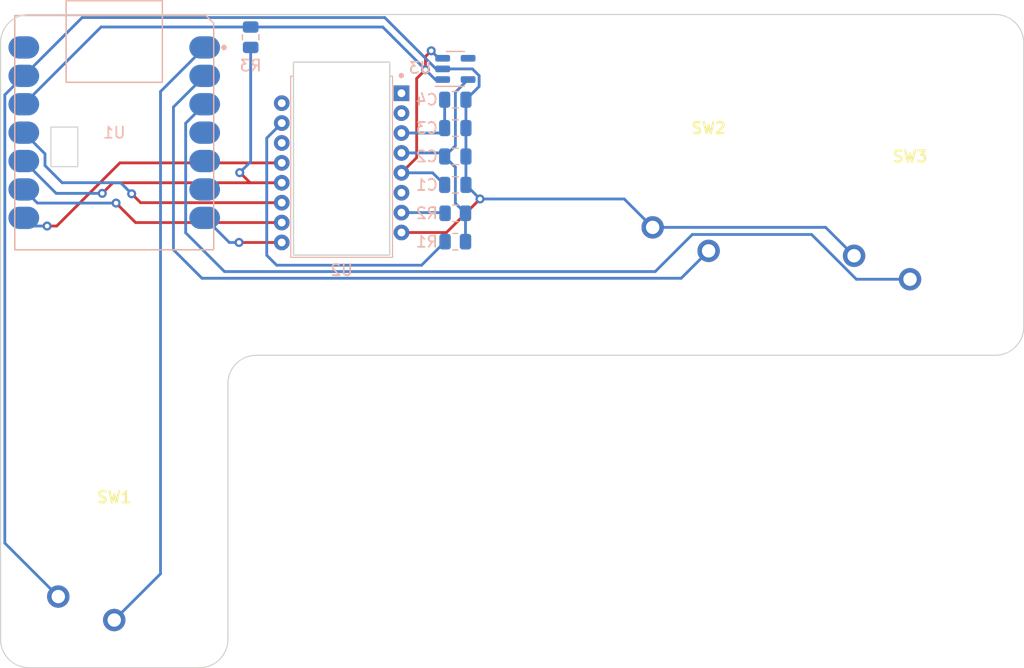
<source format=kicad_pcb>
(kicad_pcb (version 20211014) (generator pcbnew)
  (layers (0 "F.Cu" signal) (31 "B.Cu" signal) (34 "B.Paste" user) (35 "F.Paste" user) (36 "B.SilkS" user "B.Silkscreen") (37 "F.SilkS" user "F.Silkscreen") (38 "B.Mask" user) (39 "F.Mask" user) (44 "Edge.Cuts" user))
  (net 0 "")
  (net 1 "GND")
  (net 2 "VDD")
  (net 3 "VCC")
  (net 4 "miso")
  (net 5 "sw1")
  (net 6 "sw2")
  (net 7 "sw3")
  (net 10 "sclk")
  (net 11 "mosi")
  (net 19 "Net-(R1-Pad2)")
  (net 20 "Net-(C3-Pad1)")
  (net 21 "Net-(R2-Pad1)")
  (net 23 "motion")
  (net 24 "ncs")
  (footprint "Project Footprints:Kailh-PG1350-1u" (layer "F.Cu") (at 175.26 83.82)
    (fp_text reference "SW3" (at 0 -5.08) (layer "F.SilkS") (effects (font (thickness 0.2))))
    (fp_text value "SW_Push")
    (pad "" np_thru_hole circle (at 0 0 180) (size 3.4 3.4) (drill 3.4) (layers *.Cu *.Mask))
    (pad "" np_thru_hole circle (at -5.5 0 180) (size 1.7 1.7) (drill 1.7) (layers *.Cu *.Mask))
    (pad "" np_thru_hole circle (at 5.5 0 180) (size 1.7 1.7) (drill 1.7) (layers *.Cu *.Mask))
    (pad "1" thru_hole circle (at 0 5.9 180) (size 2 2) (drill 1.2) (layers *.Cu *.Mask) (net 7 "sw3"))
    (pad "2" thru_hole circle (at -5 3.8 41.9) (size 2 2) (drill 1.2) (layers *.Cu *.Mask) (net 1 "GND"))
  )
  (footprint "Project Footprints:Kailh-PG1350-1u" (layer "F.Cu") (at 157.26 81.28)
    (fp_text reference "SW2" (at 0 -5.08) (layer "F.SilkS") (effects (font (thickness 0.2))))
    (fp_text value "SW_Push")
    (pad "" np_thru_hole circle (at 5.5 0 180) (size 1.7 1.7) (drill 1.7) (layers *.Cu *.Mask))
    (pad "" np_thru_hole circle (at -5.5 0 180) (size 1.7 1.7) (drill 1.7) (layers *.Cu *.Mask))
    (pad "" np_thru_hole circle (at 0 0 180) (size 3.4 3.4) (drill 3.4) (layers *.Cu *.Mask))
    (pad "1" thru_hole circle (at 0 5.9 180) (size 2 2) (drill 1.2) (layers *.Cu *.Mask) (net 6 "sw2"))
    (pad "2" thru_hole circle (at -5 3.8 41.9) (size 2 2) (drill 1.2) (layers *.Cu *.Mask) (net 1 "GND"))
  )
  (footprint "Project Footprints:Kailh-PG1350-1u" (layer "F.Cu") (at 104.14 114.3)
    (fp_text reference "SW1" (at 0 -5.08 180) (layer "F.SilkS") (effects (font (thickness 0.2))))
    (fp_text value "SW_Push")
    (pad "" np_thru_hole circle (at 0 0 180) (size 3.4 3.4) (drill 3.4) (layers *.Cu *.Mask))
    (pad "" np_thru_hole circle (at 5.5 0 180) (size 1.7 1.7) (drill 1.7) (layers *.Cu *.Mask))
    (pad "" np_thru_hole circle (at -5.5 0 180) (size 1.7 1.7) (drill 1.7) (layers *.Cu *.Mask))
    (pad "1" thru_hole circle (at 0 5.9 180) (size 2 2) (drill 1.2) (layers *.Cu *.Mask) (net 5 "sw1"))
    (pad "2" thru_hole circle (at -5 3.8 41.9) (size 2 2) (drill 1.2) (layers *.Cu *.Mask) (net 1 "GND"))
  )
  (footprint "Capacitor_SMD:C_0805_2012Metric" (layer "B.Cu") (at 134.62 81.28)
    (fp_text reference "C1" (at -2.54 0) (layer "B.SilkS") (effects (justify mirror)))
    (fp_text value "0.1uF")
    (fp_line (start -0.261252 -0.735) (end 0.261252 -0.735) (layer "B.SilkS") (width 0.12))
    (fp_line (start -0.261252 0.735) (end 0.261252 0.735) (layer "B.SilkS") (width 0.12))
    (pad "1" smd roundrect (at -0.95 0) (size 1 1.45) (layers "B.Cu" "B.Paste" "B.Mask") (net 3 "VCC"))
    (pad "2" smd roundrect (at 0.95 0) (size 1 1.45) (layers "B.Cu" "B.Paste" "B.Mask") (net 1 "GND"))
  )
  (footprint "Capacitor_SMD:C_0805_2012Metric" (layer "B.Cu") (at 134.62 73.66 180)
    (fp_text reference "C4" (at 2.54 0) (layer "B.SilkS") (effects (justify mirror)))
    (fp_text value "0.1uF")
    (fp_line (start -0.261252 -0.735) (end 0.261252 -0.735) (layer "B.SilkS") (width 0.12))
    (fp_line (start -0.261252 0.735) (end 0.261252 0.735) (layer "B.SilkS") (width 0.12))
    (pad "1" smd roundrect (at -0.95 0 180) (size 1 1.45) (layers "B.Cu" "B.Paste" "B.Mask") (net 1 "GND"))
    (pad "2" smd roundrect (at 0.95 0 180) (size 1 1.45) (layers "B.Cu" "B.Paste" "B.Mask") (net 20 "Net-(C3-Pad1)"))
  )
  (footprint "Resistor_SMD:R_0805_2012Metric" (layer "B.Cu") (at 134.62 86.36 180)
    (fp_text reference "R1" (at 2.54 0) (layer "B.SilkS") (effects (justify mirror)))
    (fp_text value "39")
    (fp_line (start -0.227064 0.735) (end 0.227064 0.735) (layer "B.SilkS") (width 0.12))
    (fp_line (start -0.227064 -0.735) (end 0.227064 -0.735) (layer "B.SilkS") (width 0.12))
    (pad "1" smd roundrect (at -0.9125 0 180) (size 1.025 1.4) (layers "B.Cu" "B.Paste" "B.Mask") (roundrect_rratio 0.243902) (net 2 "VDD"))
    (pad "2" smd roundrect (at 0.9125 0 180) (size 1.025 1.4) (layers "B.Cu" "B.Paste" "B.Mask") (roundrect_rratio 0.243902) (net 19 "Net-(R1-Pad2)"))
  )
  (footprint "Project Footprints:PMW3360DM-T2QU" (layer "B.Cu") (at 124.46 78.74 -90)
    (fp_text reference "U2" (at 10.16 0) (layer "B.SilkS") (effects (justify mirror)))
    (fp_text value "PMW3360DM-T2QU")
    (fp_line (start -7.18 4.55) (end 9.02 4.55) (layer "B.SilkS") (width 0.1))
    (fp_line (start 9.02 4.55) (end 9.02 -4.55) (layer "B.SilkS") (width 0.1))
    (fp_line (start 9.02 -4.55) (end -7.18 -4.55) (layer "B.SilkS") (width 0.1))
    (fp_line (start -7.18 -4.55) (end -7.18 -4.318) (layer "B.SilkS") (width 0.1))
    (fp_line (start -7.18 4.318) (end -7.18 4.55) (layer "B.SilkS") (width 0.1))
    (fp_circle (center -7.239 -5.334) (end -7.059395 -5.334) (layer "B.SilkS") (width 0.12) (fill solid))
    (fp_rect (start -8.44 4.3) (end 8.82 -4.3) (layer "Edge.Cuts") (width 0.12) (fill none))
    (pad "1" thru_hole rect (at -5.66 -5.35 270) (size 1.4 1.4) (drill 0.7) (layers *.Cu *.Mask))
    (pad "2" thru_hole circle (at -3.88 -5.35 270) (size 1.4 1.4) (drill 0.7) (layers *.Cu *.Mask))
    (pad "3" thru_hole circle (at -2.1 -5.35 270) (size 1.4 1.4) (drill 0.7) (layers *.Cu *.Mask) (net 20 "Net-(C3-Pad1)"))
    (pad "4" thru_hole circle (at -0.32 -5.35 270) (size 1.4 1.4) (drill 0.7) (layers *.Cu *.Mask) (net 2 "VDD"))
    (pad "5" thru_hole circle (at 1.46 -5.35 270) (size 1.4 1.4) (drill 0.7) (layers *.Cu *.Mask) (net 3 "VCC"))
    (pad "6" thru_hole circle (at 3.24 -5.35 270) (size 1.4 1.4) (drill 0.7) (layers *.Cu *.Mask))
    (pad "7" thru_hole circle (at 5.02 -5.35 270) (size 1.4 1.4) (drill 0.7) (layers *.Cu *.Mask) (net 21 "Net-(R2-Pad1)"))
    (pad "8" thru_hole circle (at 6.8 -5.35 270) (size 1.4 1.4) (drill 0.7) (layers *.Cu *.Mask) (net 1 "GND"))
    (pad "9" thru_hole circle (at 7.69 5.35 270) (size 1.4 1.4) (drill 0.7) (layers *.Cu *.Mask) (net 23 "motion"))
    (pad "10" thru_hole circle (at 5.91 5.35 270) (size 1.4 1.4) (drill 0.7) (layers *.Cu *.Mask) (net 10 "sclk"))
    (pad "11" thru_hole circle (at 4.13 5.35 270) (size 1.4 1.4) (drill 0.7) (layers *.Cu *.Mask) (net 11 "mosi"))
    (pad "12" thru_hole circle (at 2.35 5.35 270) (size 1.4 1.4) (drill 0.7) (layers *.Cu *.Mask) (net 4 "miso"))
    (pad "13" thru_hole circle (at 0.57 5.35 270) (size 1.4 1.4) (drill 0.7) (layers *.Cu *.Mask) (net 24 "ncs"))
    (pad "14" thru_hole circle (at -1.21 5.35 270) (size 1.4 1.4) (drill 0.7) (layers *.Cu *.Mask))
    (pad "15" thru_hole circle (at -2.99 5.35 270) (size 1.4 1.4) (drill 0.7) (layers *.Cu *.Mask) (net 19 "Net-(R1-Pad2)"))
    (pad "16" thru_hole circle (at -4.77 5.35 270) (size 1.4 1.4) (drill 0.7) (layers *.Cu *.Mask))
  )
  (footprint "Resistor_SMD:R_0805_2012Metric" (layer "B.Cu") (at 116.332 68.072 90)
    (fp_text reference "R3" (at -2.54 0 180) (layer "B.SilkS") (effects (justify mirror)))
    (fp_text value "10K")
    (fp_line (start -0.227064 0.735) (end 0.227064 0.735) (layer "B.SilkS") (width 0.12))
    (fp_line (start -0.227064 -0.735) (end 0.227064 -0.735) (layer "B.SilkS") (width 0.12))
    (pad "1" smd roundrect (at -0.9125 0 90) (size 1.025 1.4) (layers "B.Cu" "B.Paste" "B.Mask") (roundrect_rratio 0.243902) (net 4 "miso"))
    (pad "2" smd roundrect (at 0.9125 0 90) (size 1.025 1.4) (layers "B.Cu" "B.Paste" "B.Mask") (roundrect_rratio 0.243902) (net 3 "VCC"))
  )
  (footprint "Capacitor_SMD:C_0805_2012Metric" (layer "B.Cu") (at 134.62 76.2)
    (fp_text reference "C3" (at -2.54 0) (layer "B.SilkS") (effects (justify mirror)))
    (fp_text value "4.7uF")
    (fp_line (start -0.261252 -0.735) (end 0.261252 -0.735) (layer "B.SilkS") (width 0.12))
    (fp_line (start -0.261252 0.735) (end 0.261252 0.735) (layer "B.SilkS") (width 0.12))
    (pad "1" smd roundrect (at -0.95 0) (size 1 1.45) (layers "B.Cu" "B.Paste" "B.Mask") (net 20 "Net-(C3-Pad1)"))
    (pad "2" smd roundrect (at 0.95 0) (size 1 1.45) (layers "B.Cu" "B.Paste" "B.Mask") (net 1 "GND"))
  )
  (footprint "Package_TO_SOT_SMD:SOT-23-5" (layer "B.Cu") (at 134.627491 70.90677)
    (fp_text reference "U3" (at -3.152918 -0.093881) (layer "B.SilkS") (effects (justify mirror)))
    (fp_text value "TLV70019_SOT23-5")
    (fp_line (start 0 1.56) (end -1.8 1.56) (layer "B.SilkS") (width 0.12))
    (fp_line (start 0 -1.56) (end -0.8 -1.56) (layer "B.SilkS") (width 0.12))
    (fp_line (start 0 1.56) (end 0.8 1.56) (layer "B.SilkS") (width 0.12))
    (fp_line (start 0 -1.56) (end 0.8 -1.56) (layer "B.SilkS") (width 0.12))
    (pad "1" smd roundrect (at -1.1375 0.95) (size 1.325 0.6) (layers "B.Cu" "B.Paste" "B.Mask") (net 3 "VCC"))
    (pad "2" smd roundrect (at -1.1375 0) (size 1.325 0.6) (layers "B.Cu" "B.Paste" "B.Mask") (net 1 "GND"))
    (pad "3" smd roundrect (at -1.1375 -0.95) (size 1.325 0.6) (layers "B.Cu" "B.Paste" "B.Mask") (net 3 "VCC"))
    (pad "4" smd roundrect (at 1.1375 -0.95) (size 1.325 0.6) (layers "B.Cu" "B.Paste" "B.Mask"))
    (pad "5" smd roundrect (at 1.1375 0.95) (size 1.325 0.6) (layers "B.Cu" "B.Paste" "B.Mask") (net 2 "VDD"))
  )
  (footprint "Project Footprints:Seeeduino XIAO" (layer "B.Cu") (at 104.14 76.60725 180)
    (fp_text reference "U1" (at 0 0) (layer "B.SilkS") (effects (justify mirror)))
    (fp_text value "SeeeduinoXIAO")
    (fp_line (start 4.3 4.5) (end -4.3 4.5) (layer "B.SilkS") (width 0.127))
    (fp_line (start 8.89 -10.4775) (end 8.89 10.4775) (layer "B.SilkS") (width 0.127))
    (fp_line (start -8.19 10.4775) (end -8.89 9.7775) (layer "B.SilkS") (width 0.127))
    (fp_line (start -4.3 4.5) (end -4.3 11.8) (layer "B.SilkS") (width 0.127))
    (fp_line (start 8.89 10.4775) (end -8.19 10.4775) (layer "B.SilkS") (width 0.127))
    (fp_line (start 4.3 11.8) (end 4.3 4.5) (layer "B.SilkS") (width 0.127))
    (fp_line (start -4.3 11.8) (end 4.3 11.8) (layer "B.SilkS") (width 0.127))
    (fp_line (start -8.89 9.7775) (end -8.89 -10.4775) (layer "B.SilkS") (width 0.127))
    (fp_line (start -8.89 -10.4775) (end 8.89 -10.4775) (layer "B.SilkS") (width 0.127))
    (fp_circle (center -9.8044 7.62) (end -9.5504 7.62) (layer "B.SilkS") (width 0) (fill solid))
    (pad "1" smd oval (at -8.08228 7.62 180) (size 2.74828 1.99898) (layers "B.Cu" "B.Paste" "B.Mask") (net 5 "sw1"))
    (pad "2" smd oval (at -8.08228 5.08 180) (size 2.74828 1.99898) (layers "B.Cu" "B.Paste" "B.Mask") (net 6 "sw2"))
    (pad "3" smd oval (at -8.08228 2.54 180) (size 2.74828 1.99898) (layers "B.Cu" "B.Paste" "B.Mask") (net 7 "sw3"))
    (pad "4" smd oval (at -8.08228 0 180) (size 2.74828 1.99898) (layers "B.Cu" "B.Paste" "B.Mask"))
    (pad "5" smd oval (at -8.08228 -2.54 180) (size 2.74828 1.99898) (layers "B.Cu" "B.Paste" "B.Mask"))
    (pad "6" smd oval (at -8.08228 -5.08 180) (size 2.74828 1.99898) (layers "B.Cu" "B.Paste" "B.Mask"))
    (pad "7" smd oval (at -8.08228 -7.62 180) (size 2.74828 1.99898) (layers "B.Cu" "B.Paste" "B.Mask") (net 23 "motion"))
    (pad "8" smd oval (at 8.08228 -7.62 180) (size 2.74828 1.99898) (layers "B.Cu" "B.Paste" "B.Mask") (net 24 "ncs"))
    (pad "9" smd oval (at 8.08228 -5.08 180) (size 2.74828 1.99898) (layers "B.Cu" "B.Paste" "B.Mask") (net 10 "sclk"))
    (pad "10" smd oval (at 8.08228 -2.54 180) (size 2.74828 1.99898) (layers "B.Cu" "B.Paste" "B.Mask") (net 4 "miso"))
    (pad "11" smd oval (at 8.08228 0 180) (size 2.74828 1.99898) (layers "B.Cu" "B.Paste" "B.Mask") (net 11 "mosi"))
    (pad "12" smd oval (at 8.08228 2.54 180) (size 2.74828 1.99898) (layers "B.Cu" "B.Paste" "B.Mask") (net 3 "VCC"))
    (pad "13" smd oval (at 8.08228 5.08 180) (size 2.74828 1.99898) (layers "B.Cu" "B.Paste" "B.Mask") (net 1 "GND"))
    (pad "14" smd oval (at 8.08228 7.62 180) (size 2.74828 1.99898) (layers "B.Cu" "B.Paste" "B.Mask"))
  )
  (footprint "Capacitor_SMD:C_0805_2012Metric" (layer "B.Cu") (at 134.62 78.74)
    (fp_text reference "C2" (at -2.54 0) (layer "B.SilkS") (effects (justify mirror)))
    (fp_text value "1uF")
    (fp_line (start -0.261252 0.735) (end 0.261252 0.735) (layer "B.SilkS") (width 0.12))
    (fp_line (start -0.261252 -0.735) (end 0.261252 -0.735) (layer "B.SilkS") (width 0.12))
    (pad "1" smd roundrect (at -0.95 0) (size 1 1.45) (layers "B.Cu" "B.Paste" "B.Mask") (net 2 "VDD"))
    (pad "2" smd roundrect (at 0.95 0) (size 1 1.45) (layers "B.Cu" "B.Paste" "B.Mask") (net 1 "GND"))
  )
  (footprint "Resistor_SMD:R_0805_2012Metric" (layer "B.Cu") (at 134.62 83.82)
    (fp_text reference "R2" (at -2.54 0) (layer "B.SilkS") (effects (justify mirror)))
    (fp_text value "10K")
    (fp_line (start -0.227064 -0.735) (end 0.227064 -0.735) (layer "B.SilkS") (width 0.12))
    (fp_line (start -0.227064 0.735) (end 0.227064 0.735) (layer "B.SilkS") (width 0.12))
    (pad "1" smd roundrect (at -0.9125 0) (size 1.025 1.4) (layers "B.Cu" "B.Paste" "B.Mask") (roundrect_rratio 0.243902) (net 21 "Net-(R2-Pad1)"))
    (pad "2" smd roundrect (at 0.9125 0) (size 1.025 1.4) (layers "B.Cu" "B.Paste" "B.Mask") (roundrect_rratio 0.243902) (net 2 "VDD"))
  )
  (gr_arc (start 93.98 68.58) (mid 94.723949 66.783949) (end 96.52 66.04) (layer "Edge.Cuts") (width 0.1))
  (gr_arc (start 114.3 121.92) (mid 113.556051 123.716051) (end 111.76 124.46) (layer "Edge.Cuts") (width 0.1))
  (gr_line (start 111.76 124.46) (end 96.52 124.46) (layer "Edge.Cuts") (width 0.1))
  (gr_line (start 185.42 68.58) (end 185.42 93.98) (layer "Edge.Cuts") (width 0.1))
  (gr_arc (start 182.88 66.04) (mid 184.676051 66.783949) (end 185.42 68.58) (layer "Edge.Cuts") (width 0.1))
  (gr_line (start 114.3 121.92) (end 114.3 99.06) (layer "Edge.Cuts") (width 0.1))
  (gr_arc (start 96.52 124.46) (mid 94.723949 123.716051) (end 93.98 121.92) (layer "Edge.Cuts") (width 0.1))
  (gr_line (start 98.48 79.64725) (end 100.88 79.64725) (layer "Edge.Cuts") (width 0.1))
  (gr_line (start 96.52 66.04) (end 182.88 66.04) (layer "Edge.Cuts") (width 0.1))
  (gr_line (start 98.48 76.10725) (end 98.48 79.64725) (layer "Edge.Cuts") (width 0.1))
  (gr_line (start 98.48 76.10725) (end 100.88 76.10725) (layer "Edge.Cuts") (width 0.1))
  (gr_arc (start 114.3 99.06) (mid 115.043949 97.263949) (end 116.84 96.52) (layer "Edge.Cuts") (width 0.1))
  (gr_arc (start 185.42 93.98) (mid 184.676051 95.776051) (end 182.88 96.52) (layer "Edge.Cuts") (width 0.1))
  (gr_line (start 93.98 121.92) (end 93.98 68.58) (layer "Edge.Cuts") (width 0.1))
  (gr_line (start 182.88 96.52) (end 116.84 96.52) (layer "Edge.Cuts") (width 0.1))
  (gr_line (start 100.88 76.10725) (end 100.88 79.64725) (layer "Edge.Cuts") (width 0.1))
  (segment (start 129.81 85.54) (end 133.83 85.54) (width 0.25) (layer "F.Cu") (net 1))
  (segment (start 133.83 85.54) (end 136.83 82.54) (width 0.25) (layer "F.Cu") (net 1))
  (via (at 136.83 82.54) (size 0.8) (drill 0.4) (layers "F.Cu" "B.Cu") (net 1))
  (segment (start 136.148563 70.90677) (end 136.752011 71.510218) (width 0.25) (layer "B.Cu") (net 1))
  (segment (start 132.904381 70.90677) (end 133.489991 70.90677) (width 0.25) (layer "B.Cu") (net 1))
  (segment (start 167.72 85.08) (end 152.26 85.08) (width 0.25) (layer "B.Cu") (net 1))
  (segment (start 94.35906 113.31906) (end 94.35906 73.22591) (width 0.25) (layer "B.Cu") (net 1))
  (segment (start 170.26 87.62) (end 167.72 85.08) (width 0.25) (layer "B.Cu") (net 1))
  (segment (start 99.14 118.1) (end 94.35906 113.31906) (width 0.25) (layer "B.Cu") (net 1))
  (segment (start 133.489991 70.90677) (end 136.148563 70.90677) (width 0.25) (layer "B.Cu") (net 1))
  (segment (start 136.752011 71.510218) (end 136.752011 72.477989) (width 0.25) (layer "B.Cu") (net 1))
  (segment (start 136.83 82.54) (end 135.57 81.28) (width 0.25) (layer "B.Cu") (net 1))
  (segment (start 101.27029 66.31468) (end 128.312291 66.31468) (width 0.25) (layer "B.Cu") (net 1))
  (segment (start 135.57 81.28) (end 135.57 73.66) (width 0.25) (layer "B.Cu") (net 1))
  (segment (start 96.05772 71.52725) (end 101.27029 66.31468) (width 0.25) (layer "B.Cu") (net 1))
  (segment (start 94.35906 73.22591) (end 96.05772 71.52725) (width 0.25) (layer "B.Cu") (net 1))
  (segment (start 136.752011 72.477989) (end 135.57 73.66) (width 0.25) (layer "B.Cu") (net 1))
  (segment (start 152.26 85.08) (end 149.72 82.54) (width 0.25) (layer "B.Cu") (net 1))
  (segment (start 128.312291 66.31468) (end 132.904381 70.90677) (width 0.25) (layer "B.Cu") (net 1))
  (segment (start 149.72 82.54) (end 136.83 82.54) (width 0.25) (layer "B.Cu") (net 1))
  (segment (start 134.629674 82.917174) (end 135.5325 83.82) (width 0.25) (layer "B.Cu") (net 2))
  (segment (start 134.629674 79.699674) (end 134.629674 82.917174) (width 0.25) (layer "B.Cu") (net 2))
  (segment (start 133.67 78.74) (end 134.629674 79.699674) (width 0.25) (layer "B.Cu") (net 2))
  (segment (start 135.764991 71.85677) (end 134.629674 72.992087) (width 0.25) (layer "B.Cu") (net 2))
  (segment (start 133.35 78.42) (end 129.81 78.42) (width 0.25) (layer "B.Cu") (net 2))
  (segment (start 135.5325 86.36) (end 135.5325 83.82) (width 0.25) (layer "B.Cu") (net 2))
  (segment (start 134.629674 77.780326) (end 133.67 78.74) (width 0.25) (layer "B.Cu") (net 2))
  (segment (start 133.67 78.74) (end 133.35 78.42) (width 0.25) (layer "B.Cu") (net 2))
  (segment (start 134.629674 72.992087) (end 134.629674 77.780326) (width 0.25) (layer "B.Cu") (net 2))
  (segment (start 131.167441 71.766376) (end 131.167441 78.842559) (width 0.25) (layer "F.Cu") (net 3))
  (segment (start 131.953407 70.98041) (end 131.953407 69.803496) (width 0.25) (layer "F.Cu") (net 3))
  (segment (start 131.953407 69.803496) (end 132.469199 69.287704) (width 0.25) (layer "F.Cu") (net 3))
  (segment (start 131.953407 70.98041) (end 131.167441 71.766376) (width 0.25) (layer "F.Cu") (net 3))
  (segment (start 131.167441 78.842559) (end 129.81 80.2) (width 0.25) (layer "F.Cu") (net 3))
  (via (at 132.469199 69.287704) (size 0.8) (drill 0.4) (layers "F.Cu" "B.Cu") (net 3))
  (via (at 131.953407 70.98041) (size 0.8) (drill 0.4) (layers "F.Cu" "B.Cu") (net 3))
  (segment (start 132.59 80.2) (end 133.67 81.28) (width 0.25) (layer "B.Cu") (net 3))
  (segment (start 96.05772 74.06725) (end 102.96547 67.1595) (width 0.25) (layer "B.Cu") (net 3))
  (segment (start 129.81 80.2) (end 132.59 80.2) (width 0.25) (layer "B.Cu") (net 3))
  (segment (start 132.829767 71.85677) (end 133.489991 71.85677) (width 0.25) (layer "B.Cu") (net 3))
  (segment (start 133.138265 69.95677) (end 132.469199 69.287704) (width 0.25) (layer "B.Cu") (net 3))
  (segment (start 128.132497 67.1595) (end 131.953407 70.98041) (width 0.25) (layer "B.Cu") (net 3))
  (segment (start 133.489991 69.95677) (end 133.138265 69.95677) (width 0.25) (layer "B.Cu") (net 3))
  (segment (start 131.953407 70.98041) (end 132.829767 71.85677) (width 0.25) (layer "B.Cu") (net 3))
  (segment (start 116.332 67.1595) (end 128.132497 67.1595) (width 0.25) (layer "B.Cu") (net 3))
  (segment (start 102.96547 67.1595) (end 116.332 67.1595) (width 0.25) (layer "B.Cu") (net 3))
  (segment (start 116.288807 81.09) (end 115.383047 80.18424) (width 0.25) (layer "F.Cu") (net 4))
  (segment (start 103.069112 82.038118) (end 104.01723 81.09) (width 0.25) (layer "F.Cu") (net 4))
  (segment (start 104.01723 81.09) (end 119.11 81.09) (width 0.25) (layer "F.Cu") (net 4))
  (segment (start 115.383047 80.18424) (end 115.35275 80.18424) (width 0.25) (layer "F.Cu") (net 4))
  (via (at 115.35275 80.18424) (size 0.8) (drill 0.4) (layers "F.Cu" "B.Cu") (net 4))
  (via (at 103.069112 82.038118) (size 0.8) (drill 0.4) (layers "F.Cu" "B.Cu") (net 4))
  (segment (start 98.948588 82.038118) (end 96.05772 79.14725) (width 0.25) (layer "B.Cu") (net 4))
  (segment (start 115.35275 80.18424) (end 116.332 79.20499) (width 0.25) (layer "B.Cu") (net 4))
  (segment (start 103.069112 82.038118) (end 98.948588 82.038118) (width 0.25) (layer "B.Cu") (net 4))
  (segment (start 116.332 79.20499) (end 116.332 68.9845) (width 0.25) (layer "B.Cu") (net 4))
  (segment (start 108.275354 72.934176) (end 112.22228 68.98725) (width 0.25) (layer "B.Cu") (net 5))
  (segment (start 104.14 120.2) (end 108.275354 116.064646) (width 0.25) (layer "B.Cu") (net 5))
  (segment (start 108.275354 116.064646) (end 108.275354 72.934176) (width 0.25) (layer "B.Cu") (net 5))
  (segment (start 109.431259 87.084124) (end 109.431259 74.318271) (width 0.25) (layer "B.Cu") (net 6))
  (segment (start 154.809553 89.630447) (end 111.977582 89.630447) (width 0.25) (layer "B.Cu") (net 6))
  (segment (start 157.26 87.18) (end 154.809553 89.630447) (width 0.25) (layer "B.Cu") (net 6))
  (segment (start 111.977582 89.630447) (end 109.431259 87.084124) (width 0.25) (layer "B.Cu") (net 6))
  (segment (start 109.431259 74.318271) (end 112.22228 71.52725) (width 0.25) (layer "B.Cu") (net 6))
  (segment (start 166.462904 85.715776) (end 155.801081 85.715776) (width 0.25) (layer "B.Cu") (net 7))
  (segment (start 170.467128 89.72) (end 166.462904 85.715776) (width 0.25) (layer "B.Cu") (net 7))
  (segment (start 110.52362 75.76591) (end 112.22228 74.06725) (width 0.25) (layer "B.Cu") (net 7))
  (segment (start 175.26 89.72) (end 170.467128 89.72) (width 0.25) (layer "B.Cu") (net 7))
  (segment (start 113.990484 89.031134) (end 110.52362 85.56427) (width 0.25) (layer "B.Cu") (net 7))
  (segment (start 155.801081 85.715776) (end 152.485723 89.031134) (width 0.25) (layer "B.Cu") (net 7))
  (segment (start 110.52362 85.56427) (end 110.52362 75.76591) (width 0.25) (layer "B.Cu") (net 7))
  (segment (start 152.485723 89.031134) (end 113.990484 89.031134) (width 0.25) (layer "B.Cu") (net 7))
  (segment (start 104.304017 82.906172) (end 106.047845 84.65) (width 0.25) (layer "F.Cu") (net 10))
  (segment (start 106.047845 84.65) (end 119.11 84.65) (width 0.25) (layer "F.Cu") (net 10))
  (via (at 104.304017 82.906172) (size 0.8) (drill 0.4) (layers "F.Cu" "B.Cu") (net 10))
  (segment (start 104.304017 82.906172) (end 97.276642 82.906172) (width 0.25) (layer "B.Cu") (net 10))
  (segment (start 97.276642 82.906172) (end 96.05772 81.68725) (width 0.25) (layer "B.Cu") (net 10))
  (segment (start 105.698045 82.074647) (end 106.493398 82.87) (width 0.25) (layer "F.Cu") (net 11))
  (segment (start 106.493398 82.87) (end 119.11 82.87) (width 0.25) (layer "F.Cu") (net 11))
  (via (at 105.698045 82.074647) (size 0.8) (drill 0.4) (layers "F.Cu" "B.Cu") (net 11))
  (segment (start 97.950729 78.500259) (end 96.05772 76.60725) (width 0.25) (layer "B.Cu") (net 11))
  (segment (start 104.706192 81.082794) (end 99.481532 81.082794) (width 0.25) (layer "B.Cu") (net 11))
  (segment (start 99.481532 81.082794) (end 97.950729 79.551991) (width 0.25) (layer "B.Cu") (net 11))
  (segment (start 97.950729 79.551991) (end 97.950729 78.500259) (width 0.25) (layer "B.Cu") (net 11))
  (segment (start 105.698045 82.074647) (end 104.706192 81.082794) (width 0.25) (layer "B.Cu") (net 11))
  (segment (start 118.657215 88.463657) (end 131.603843 88.463657) (width 0.25) (layer "B.Cu") (net 19))
  (segment (start 117.769062 77.090938) (end 117.769062 87.575504) (width 0.25) (layer "B.Cu") (net 19))
  (segment (start 131.603843 88.463657) (end 133.7075 86.36) (width 0.25) (layer "B.Cu") (net 19))
  (segment (start 119.11 75.75) (end 117.769062 77.090938) (width 0.25) (layer "B.Cu") (net 19))
  (segment (start 117.769062 87.575504) (end 118.657215 88.463657) (width 0.25) (layer "B.Cu") (net 19))
  (segment (start 133.67 73.66) (end 133.67 76.2) (width 0.25) (layer "B.Cu") (net 20))
  (segment (start 133.23 76.64) (end 133.67 76.2) (width 0.25) (layer "B.Cu") (net 20))
  (segment (start 129.81 76.64) (end 133.23 76.64) (width 0.25) (layer "B.Cu") (net 20))
  (segment (start 133.6475 83.76) (end 129.81 83.76) (width 0.25) (layer "B.Cu") (net 21))
  (segment (start 133.7075 83.82) (end 133.6475 83.76) (width 0.25) (layer "B.Cu") (net 21))
  (segment (start 119.11 86.43) (end 115.292295 86.43) (width 0.25) (layer "F.Cu") (net 23))
  (via (at 115.292295 86.43) (size 0.8) (drill 0.4) (layers "F.Cu" "B.Cu") (net 23))
  (segment (start 112.22228 84.22725) (end 114.42503 86.43) (width 0.25) (layer "B.Cu") (net 23))
  (segment (start 114.42503 86.43) (end 115.292295 86.43) (width 0.25) (layer "B.Cu") (net 23))
  (segment (start 104.64474 79.31) (end 119.11 79.31) (width 0.25) (layer "F.Cu") (net 24))
  (segment (start 98.994212 84.960528) (end 104.64474 79.31) (width 0.25) (layer "F.Cu") (net 24))
  (segment (start 98.140948 84.960528) (end 98.994212 84.960528) (width 0.25) (layer "F.Cu") (net 24))
  (via (at 98.140948 84.960528) (size 0.8) (drill 0.4) (layers "F.Cu" "B.Cu") (net 24))
  (segment (start 96.790998 84.960528) (end 96.05772 84.22725) (width 0.25) (layer "B.Cu") (net 24))
  (segment (start 98.140948 84.960528) (end 96.790998 84.960528) (width 0.25) (layer "B.Cu") (net 24))
)
</source>
